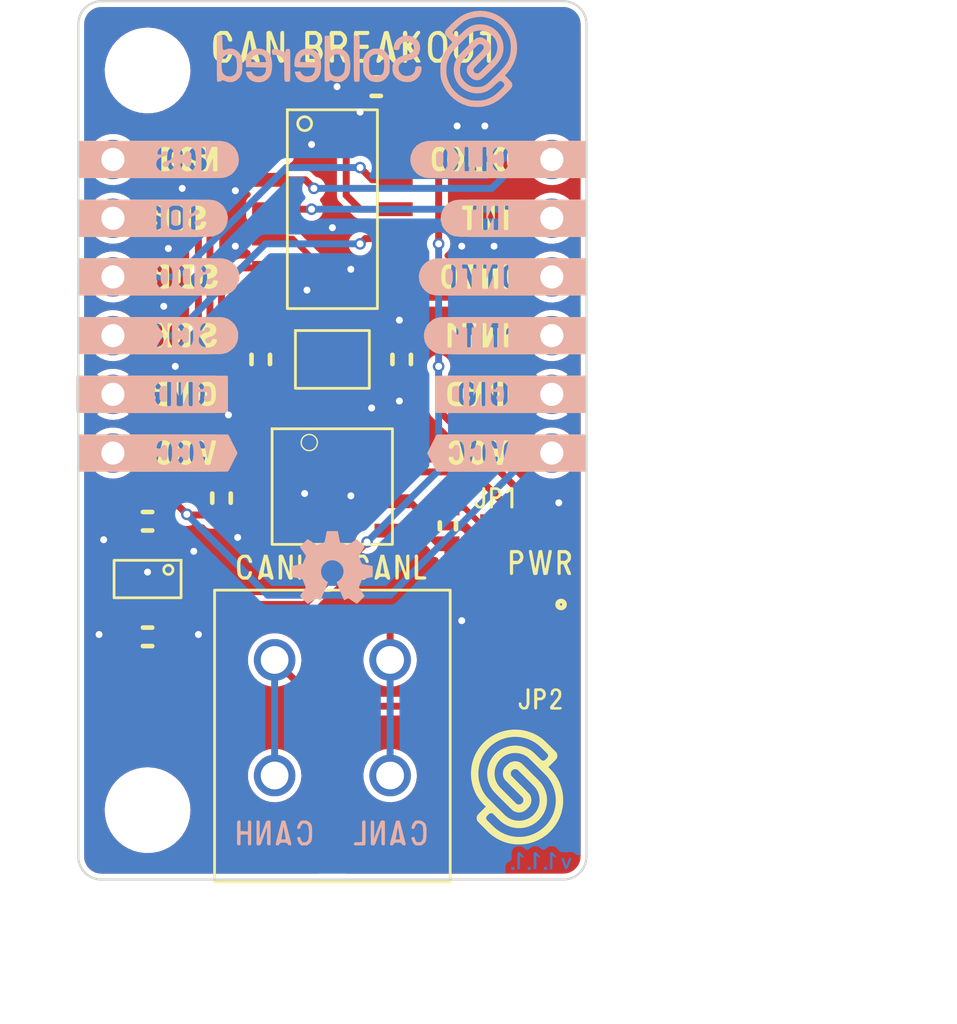
<source format=kicad_pcb>
(kicad_pcb (version 20210623) (generator pcbnew)
  (title_block (title "CAN breakout") (date "2021-07-12") (rev "V1.1.1.") (company "SOLDERED") (comment 1 "333020"))
  (layers (0 "F.Cu" mixed) (31 "B.Cu" signal) (34 "B.Paste" user) (35 "F.Paste" user) (36 "B.SilkS" user "B.Silkscreen") (37 "F.SilkS" user "F.Silkscreen") (38 "B.Mask" user) (39 "F.Mask" user) (44 "Edge.Cuts" user))
  (net 0 "")
  (net 1 "OSC1")
  (net 2 "GND")
  (net 3 "Net-(C2-Pad2)")
  (net 4 "5V")
  (net 5 "3V3")
  (net 6 "Net-(JP1-Pad2)")
  (net 7 "CANH")
  (net 8 "CLKO")
  (net 9 "INT")
  (net 10 "INT0")
  (net 11 "INT1")
  (net 12 "nCS")
  (net 13 "SDI")
  (net 14 "SDO")
  (net 15 "SCK")
  (net 16 "CANL")
  (net 18 "RXD")
  (net 19 "TXD")
  (net 20 "Net-(D1-Pad1)")
  (net 21 "Net-(JP2-Pad2)")
  (footprint "buzzardLabel" (layer "F.Cu") (at 122.4 96.47)
    (fp_text reference "" (at 0 0) (layer "F.SilkS") (effects (font (size 1.27 1.27))))
    (fp_text value "" (at 0 0) (layer "F.SilkS") (effects (font (size 1.27 1.27))))
  )
  (footprint "e-radionica.com footprinti:0402R" (layer "F.Cu") (at 120 109 180)
    (fp_text reference "R2")
    (fp_text value "2k2")
    (pad "1" smd rect locked (at -0.5 0 270) (size 0.64 0.54) (layers "F.Cu" "F.Paste" "F.Mask") (net 21 "Net-(JP2-Pad2)"))
    (pad "2" smd rect locked (at 0.5 0 270) (size 0.64 0.54) (layers "F.Cu" "F.Paste" "F.Mask") (net 20 "Net-(D1-Pad1)"))
  )
  (footprint "Soldered Graphics:Logo-Back-OSH-3.5mm" (layer "F.Cu") (at 111 106.5)
    (fp_text reference "G***" hide)
    (fp_text value "LOGO" hide)
  )
  (footprint "buzzardLabel" (layer "F.Cu") (at 122.4 91.39)
    (fp_text reference "" (at 0 0) (layer "F.SilkS") (effects (font (size 1.27 1.27))))
    (fp_text value "" (at 0 0) (layer "F.SilkS") (effects (font (size 1.27 1.27))))
  )
  (footprint "buzzardLabel" (layer "F.Cu") (at 99.6 101.55)
    (fp_text reference "" (at 0 0) (layer "F.SilkS") (effects (font (size 1.27 1.27))))
    (fp_text value "" (at 0 0) (layer "F.SilkS") (effects (font (size 1.27 1.27))))
  )
  (footprint "buzzardLabel" (layer "F.Cu") (at 120 112.2)
    (fp_text reference "" (at 0 0) (layer "F.SilkS") (effects (font (size 1.27 1.27))))
    (fp_text value "" (at 0 0) (layer "F.SilkS") (effects (font (size 1.27 1.27))))
  )
  (footprint "e-radionica.com footprinti:0603C" (layer "F.Cu") (at 107.9 97.5 -90)
    (fp_text reference "C1")
    (fp_text value "22pF")
    (pad "1" smd rect locked (at -0.73 0 270) (size 0.66 1) (layers "F.Cu" "F.Paste" "F.Mask") (net 2 "GND"))
    (pad "2" smd rect locked (at 0.73 0 270) (size 0.66 1) (layers "F.Cu" "F.Paste" "F.Mask") (net 1 "OSC1"))
  )
  (footprint "e-radionica.com footprinti:0603C" (layer "F.Cu") (at 103 104.5)
    (fp_text reference "C3")
    (fp_text value "2.2uF")
    (pad "1" smd rect locked (at -0.73 0) (size 0.66 1) (layers "F.Cu" "F.Paste" "F.Mask") (net 2 "GND"))
    (pad "2" smd rect locked (at 0.73 0) (size 0.66 1) (layers "F.Cu" "F.Paste" "F.Mask") (net 4 "5V"))
  )
  (footprint "buzzardLabel" (layer "F.Cu") (at 118 103.5)
    (fp_text reference "" (at 0 0) (layer "F.SilkS") (effects (font (size 1.27 1.27))))
    (fp_text value "" (at 0 0) (layer "F.SilkS") (effects (font (size 1.27 1.27))))
  )
  (footprint "buzzardLabel" (layer "F.Cu") (at 122.4 99.01)
    (fp_text reference "" (at 0 0) (layer "F.SilkS") (effects (font (size 1.27 1.27))))
    (fp_text value "" (at 0 0) (layer "F.SilkS") (effects (font (size 1.27 1.27))))
  )
  (footprint "buzzardLabel" (layer "F.Cu") (at 122.4 101.55)
    (fp_text reference "" (at 0 0) (layer "F.SilkS") (effects (font (size 1.27 1.27))))
    (fp_text value "" (at 0 0) (layer "F.SilkS") (effects (font (size 1.27 1.27))))
  )
  (footprint "buzzardLabel" (layer "F.Cu") (at 113.5 106.5)
    (fp_text reference "" (at 0 0) (layer "F.SilkS") (effects (font (size 1.27 1.27))))
    (fp_text value "" (at 0 0) (layer "F.SilkS") (effects (font (size 1.27 1.27))))
  )
  (footprint "e-radionica.com footprinti:SMD_JUMPER" (layer "F.Cu") (at 118 104.7 180)
    (fp_text reference "JP1")
    (fp_text value "SMD_JUMPER")
    (pad "1" smd rect locked (at -0.35 0 180) (size 0.5 1) (layers "F.Cu" "F.Mask") (net 7 "CANH"))
    (pad "2" smd rect locked (at 0.35 0 180) (size 0.5 1) (layers "F.Cu" "F.Mask") (net 6 "Net-(JP1-Pad2)"))
  )
  (footprint "e-radionica.com footprinti:0603C" (layer "F.Cu") (at 103 109.5)
    (fp_text reference "C5")
    (fp_text value "2.2uF")
    (pad "1" smd rect locked (at -0.73 0) (size 0.66 1) (layers "F.Cu" "F.Paste" "F.Mask") (net 2 "GND"))
    (pad "2" smd rect locked (at 0.73 0) (size 0.66 1) (layers "F.Cu" "F.Paste" "F.Mask") (net 5 "3V3"))
  )
  (footprint "buzzardLabel" (layer "F.Cu") (at 99.6 91.39)
    (fp_text reference "" (at 0 0) (layer "F.SilkS") (effects (font (size 1.27 1.27))))
    (fp_text value "" (at 0 0) (layer "F.SilkS") (effects (font (size 1.27 1.27))))
  )
  (footprint "e-radionica.com footprinti:HOLE_3.2mm" (layer "F.Cu") (at 103 117)
    (fp_text reference "H2" hide)
    (fp_text value "HOLE_3.2mm" hide)
    (pad "" np_thru_hole circle locked (at 0 0) (size 3.2 3.2) (drill 3.2) (layers F&B.Cu *.Mask))
  )
  (footprint "e-radionica.com footprinti:HOLE_3.2mm" (layer "F.Cu") (at 103 85)
    (fp_text reference "H1" hide)
    (fp_text value "HOLE_3.2mm" hide)
    (pad "" np_thru_hole circle locked (at 0 0) (size 3.2 3.2) (drill 3.2) (layers F&B.Cu *.Mask))
  )
  (footprint "buzzardLabel" (layer "F.Cu") (at 99.6 93.93)
    (fp_text reference "" (at 0 0) (layer "F.SilkS") (effects (font (size 1.27 1.27))))
    (fp_text value "" (at 0 0) (layer "F.SilkS") (effects (font (size 1.27 1.27))))
  )
  (footprint "e-radionica.com footprinti:0603C" (layer "F.Cu") (at 114 97.5 90)
    (fp_text reference "C2")
    (fp_text value "22pF")
    (pad "1" smd rect locked (at -0.73 0 90) (size 0.66 1) (layers "F.Cu" "F.Paste" "F.Mask") (net 2 "GND"))
    (pad "2" smd rect locked (at 0.73 0 90) (size 0.66 1) (layers "F.Cu" "F.Paste" "F.Mask") (net 3 "Net-(C2-Pad2)"))
  )
  (footprint "e-radionica.com footprinti:SOIC−8" (layer "F.Cu") (at 111 103)
    (fp_text reference "U3")
    (fp_text value "ATA6561-GAQW-N")
    (pad "1" smd rect locked (at -2.7 -1.905) (size 1.55 0.6) (layers "F.Cu" "F.Paste" "F.Mask") (net 19 "TXD"))
    (pad "2" smd rect locked (at -2.6 -0.635) (size 1.55 0.6) (layers "F.Cu" "F.Paste" "F.Mask") (net 2 "GND"))
    (pad "3" smd rect locked (at -2.6 0.635) (size 1.55 0.6) (layers "F.Cu" "F.Paste" "F.Mask") (net 4 "5V"))
    (pad "4" smd rect locked (at -2.6 1.905) (size 1.55 0.6) (layers "F.Cu" "F.Paste" "F.Mask") (net 18 "RXD"))
    (pad "5" smd rect locked (at 2.6 1.905) (size 1.55 0.6) (layers "F.Cu" "F.Paste" "F.Mask") (net 5 "3V3"))
    (pad "6" smd rect locked (at 2.6 0.635) (size 1.55 0.6) (layers "F.Cu" "F.Paste" "F.Mask") (net 16 "CANL"))
    (pad "7" smd rect locked (at 2.6 -0.635) (size 1.55 0.6) (layers "F.Cu" "F.Paste" "F.Mask") (net 7 "CANH"))
    (pad "8" smd rect locked (at 2.6 -1.905) (size 1.55 0.6) (layers "F.Cu" "F.Paste" "F.Mask") (net 2 "GND"))
  )
  (footprint "buzzardLabel" (layer "F.Cu") (at 122.4 93.93)
    (fp_text reference "" (at 0 0) (layer "F.SilkS") (effects (font (size 1.27 1.27))))
    (fp_text value "" (at 0 0) (layer "F.SilkS") (effects (font (size 1.27 1.27))))
  )
  (footprint "buzzardLabel" (layer "F.Cu") (at 120 106.3)
    (fp_text reference "" (at 0 0) (layer "F.SilkS") (effects (font (size 1.27 1.27))))
    (fp_text value "" (at 0 0) (layer "F.SilkS") (effects (font (size 1.27 1.27))))
  )
  (footprint "Soldered Graphics:Logo-Front-Soldered-5mm" (layer "F.Cu") (at 119 116)
    (fp_text reference "G***" hide)
    (fp_text value "LOGO" hide)
  )
  (footprint "buzzardLabel" (layer "F.Cu") (at 99.6 96.47)
    (fp_text reference "" (at 0 0) (layer "F.SilkS") (effects (font (size 1.27 1.27))))
    (fp_text value "" (at 0 0) (layer "F.SilkS") (effects (font (size 1.27 1.27))))
  )
  (footprint "buzzardLabel" (layer "F.Cu") (at 99.5275 99.01)
    (fp_text reference "" (at 0 0) (layer "F.SilkS") (effects (font (size 1.27 1.27))))
    (fp_text value "" (at 0 0) (layer "F.SilkS") (effects (font (size 1.27 1.27))))
  )
  (footprint "buzzardLabel" (layer "F.Cu") (at 108.5 106.5)
    (fp_text reference "" (at 0 0) (layer "F.SilkS") (effects (font (size 1.27 1.27))))
    (fp_text value "" (at 0 0) (layer "F.SilkS") (effects (font (size 1.27 1.27))))
  )
  (footprint "buzzardLabel" (layer "F.Cu") (at 99.6 88.85)
    (fp_text reference "" (at 0 0) (layer "F.SilkS") (effects (font (size 1.27 1.27))))
    (fp_text value "" (at 0 0) (layer "F.SilkS") (effects (font (size 1.27 1.27))))
  )
  (footprint "e-radionica.com footprinti:KRISTAL_3225__4_PAD" (layer "F.Cu") (at 111 97.5)
    (fp_text reference "X1")
    (fp_text value "40MHz")
    (pad "1" smd rect locked (at -1.1 0.8) (size 1.4 1.2) (layers "F.Cu" "F.Paste" "F.Mask") (net 1 "OSC1"))
    (pad "2" smd rect locked (at 1.1 0.8) (size 1.4 1.2) (layers "F.Cu" "F.Paste" "F.Mask") (net 2 "GND"))
    (pad "3" smd rect locked (at 1.1 -0.8) (size 1.4 1.2) (layers "F.Cu" "F.Paste" "F.Mask") (net 3 "Net-(C2-Pad2)"))
    (pad "4" smd rect locked (at -1.1 -0.8) (size 1.4 1.2) (layers "F.Cu" "F.Paste" "F.Mask") (net 2 "GND"))
  )
  (footprint "e-radionica.com footprinti:0603C" (layer "F.Cu") (at 106.2 103.5 90)
    (fp_text reference "C6")
    (fp_text value "0.1uF")
    (pad "1" smd rect locked (at -0.73 0 90) (size 0.66 1) (layers "F.Cu" "F.Paste" "F.Mask") (net 4 "5V"))
    (pad "2" smd rect locked (at 0.73 0 90) (size 0.66 1) (layers "F.Cu" "F.Paste" "F.Mask") (net 2 "GND"))
  )
  (footprint "e-radionica.com footprinti:0402LED" (layer "F.Cu") (at 120 107.5)
    (fp_text reference "D1")
    (fp_text value "purple")
    (pad "1" smd rect locked (at -0.55 0 90) (size 0.75 0.45) (layers "F.Cu" "F.Paste" "F.Mask") (net 20 "Net-(D1-Pad1)"))
    (pad "2" smd rect locked (at 0.55 0 90) (size 0.75 0.45) (layers "F.Cu" "F.Paste" "F.Mask") (net 2 "GND"))
  )
  (footprint "buzzardLabel" (layer "F.Cu") (at 122.4 88.85)
    (fp_text reference "" (at 0 0) (layer "F.SilkS") (effects (font (size 1.27 1.27))))
    (fp_text value "" (at 0 0) (layer "F.SilkS") (effects (font (size 1.27 1.27))))
  )
  (footprint "buzzardLabel" (layer "F.Cu") (at 112 84)
    (fp_text reference "" (at 0 0) (layer "F.SilkS") (effects (font (size 1.27 1.27))))
    (fp_text value "" (at 0 0) (layer "F.SilkS") (effects (font (size 1.27 1.27))))
  )
  (footprint "e-radionica.com footprinti:SOIC-14" (layer "F.Cu") (at 111 91)
    (fp_text reference "U2")
    (fp_text value "MCP2518FD")
    (pad "1" smd rect locked (at -2.7 -3.81) (size 1.55 0.6) (layers "F.Cu" "F.Paste" "F.Mask") (net 19 "TXD"))
    (pad "2" smd rect locked (at -2.7 -2.54) (size 1.55 0.6) (layers "F.Cu" "F.Paste" "F.Mask") (net 18 "RXD"))
    (pad "3" smd rect locked (at -2.7 -1.27) (size 1.55 0.6) (layers "F.Cu" "F.Paste" "F.Mask") (net 8 "CLKO"))
    (pad "4" smd rect locked (at -2.7 0) (size 1.55 0.6) (layers "F.Cu" "F.Paste" "F.Mask") (net 9 "INT"))
    (pad "5" smd rect locked (at -2.7 1.27) (size 1.55 0.6) (layers "F.Cu" "F.Paste" "F.Mask") (net 3 "Net-(C2-Pad2)"))
    (pad "6" smd rect locked (at -2.7 2.54) (size 1.55 0.6) (layers "F.Cu" "F.Paste" "F.Mask") (net 1 "OSC1"))
    (pad "7" smd rect locked (at -2.7 3.81) (size 1.55 0.6) (layers "F.Cu" "F.Paste" "F.Mask") (net 2 "GND"))
    (pad "8" smd rect locked (at 2.7 3.81) (size 1.55 0.6) (layers "F.Cu" "F.Paste" "F.Mask") (net 11 "INT1"))
    (pad "9" smd rect locked (at 2.7 2.54) (size 1.55 0.6) (layers "F.Cu" "F.Paste" "F.Mask") (net 10 "INT0"))
    (pad "10" smd rect locked (at 2.7 1.27) (size 1.55 0.6) (layers "F.Cu" "F.Paste" "F.Mask") (net 15 "SCK"))
    (pad "11" smd rect locked (at 2.7 0) (size 1.55 0.6) (layers "F.Cu" "F.Paste" "F.Mask") (net 13 "SDI"))
    (pad "12" smd rect locked (at 2.7 -1.27) (size 1.55 0.6) (layers "F.Cu" "F.Paste" "F.Mask") (net 14 "SDO"))
    (pad "13" smd rect locked (at 2.7 -2.54) (size 1.55 0.6) (layers "F.Cu" "F.Paste" "F.Mask") (net 12 "nCS"))
    (pad "14" smd rect locked (at 2.7 -3.81) (size 1.55 0.6) (layers "F.Cu" "F.Paste" "F.Mask") (net 5 "3V3"))
  )
  (footprint "e-radionica.com footprinti:TERMINAL_KF235-5.0-2P" (layer "F.Cu") (at 111 113)
    (fp_text reference "K3")
    (fp_text value "TERMINAL_KF235-5.0-2P")
    (pad "1" thru_hole circle locked (at 2.5 2.5) (size 1.8 1.8) (drill 1.2) (layers *.Cu *.Mask) (net 16 "CANL"))
    (pad "1" thru_hole circle locked (at 2.5 -2.5) (size 1.8 1.8) (drill 1.2) (layers *.Cu *.Mask) (net 16 "CANL"))
    (pad "2" thru_hole circle locked (at -2.5 -2.5) (size 1.8 1.8) (drill 1.2) (layers *.Cu *.Mask) (net 7 "CANH"))
    (pad "2" thru_hole circle locked (at -2.5 2.5) (size 1.8 1.8) (drill 1.2) (layers *.Cu *.Mask) (net 7 "CANH"))
  )
  (footprint "e-radionica.com footprinti:0603C" (layer "F.Cu") (at 112.9 85.7)
    (fp_text reference "C4")
    (fp_text value "0.1uF")
    (pad "1" smd rect locked (at -0.73 0) (size 0.66 1) (layers "F.Cu" "F.Paste" "F.Mask") (net 2 "GND"))
    (pad "2" smd rect locked (at 0.73 0) (size 0.66 1) (layers "F.Cu" "F.Paste" "F.Mask") (net 5 "3V3"))
  )
  (footprint "Soldered Graphics:Logo-Back-SolderedFULL-13mm" (layer "F.Cu") (at 112.5 84.5)
    (fp_text reference "REF**" hide)
    (fp_text value "Logo-Front-SolderedFULL-13mm" hide)
  )
  (footprint "e-radionica.com footprinti:FIDUCIAL_23" (layer "F.Cu") (at 111 118)
    (fp_text reference "FD1")
    (fp_text value "FIDUCIAL")
    (fp_circle (center 0 0) (end 1 0) (layer "F.Cu") (width 0.2) (fill none))
    (pad "1" smd circle (at 0 0) (size 1 1) (layers "F.Cu" "F.Paste" "F.Mask") (clearance 1.1))
  )
  (footprint "e-radionica.com footprinti:SMD-JUMPER-CONNECTED_TRACE_SLODERMASK" (layer "F.Cu") (at 120 111)
    (fp_text reference "JP2")
    (fp_text value "SMD-JUMPER-CONNECTED_TRACE_SLODERMASK")
    (fp_poly (pts (xy 0.1 0.1) (xy -0.1 0.1) (xy -0.1 -0.1) (xy 0.1 -0.1)) (layer "F.Cu") (width 0.1) (fill solid))
    (pad "1" smd rect (at -0.35 0) (size 0.5 1) (layers "F.Cu" "F.Mask") (net 5 "3V3"))
    (pad "2" smd rect (at 0.35 0) (size 0.5 1) (layers "F.Cu" "F.Mask") (net 21 "Net-(JP2-Pad2)"))
  )
  (footprint "e-radionica.com footprinti:SOT-23-5" (layer "F.Cu") (at 103 107 -90)
    (fp_text reference "U1")
    (fp_text value "SE5218")
    (pad "1" smd rect locked (at -1.1 -0.95 270) (size 0.7 0.45) (layers "F.Cu" "F.Paste" "F.Mask") (net 4 "5V"))
    (pad "2" smd rect locked (at -1.1 0 270) (size 0.7 0.45) (layers "F.Cu" "F.Paste" "F.Mask") (net 2 "GND"))
    (pad "3" smd rect locked (at -1.1 0.95 270) (size 0.7 0.45) (layers "F.Cu" "F.Paste" "F.Mask") (net 4 "5V"))
    (pad "4" smd rect locked (at 1.1 0.95 270) (size 0.7 0.45) (layers "F.Cu" "F.Paste" "F.Mask"))
    (pad "5" smd rect locked (at 1.1 -0.95 270) (size 0.7 0.45) (layers "F.Cu" "F.Paste" "F.Mask") (net 5 "3V3"))
  )
  (footprint "e-radionica.com footprinti:0603R" (layer "F.Cu") (at 116 104.7 -90)
    (fp_text reference "R1")
    (fp_text value "120R")
    (pad "1" smd rect locked (at -0.775 0) (size 1 0.64) (layers "F.Cu" "F.Paste" "F.Mask") (net 6 "Net-(JP1-Pad2)"))
    (pad "2" smd rect locked (at 0.775 0) (size 1 0.64) (layers "F.Cu" "F.Paste" "F.Mask") (net 16 "CANL"))
  )
  (footprint "buzzardLabel" (layer "B.Cu") (at 99.6 93.93 180)
    (fp_text reference "" (at 0 0) (layer "B.SilkS") (effects (font (size 1.27 1.27)) (justify mirror)))
    (fp_text value "" (at 0 0) (layer "B.SilkS") (effects (font (size 1.27 1.27)) (justify mirror)))
  )
  (footprint "buzzardLabel" (layer "B.Cu") (at 99.6 91.39 180)
    (fp_text reference "" (at 0 0) (layer "B.SilkS") (effects (font (size 1.27 1.27)) (justify mirror)))
    (fp_text value "" (at 0 0) (layer "B.SilkS") (effects (font (size 1.27 1.27)) (justify mirror)))
  )
  (footprint "buzzardLabel" (layer "B.Cu") (at 113.5 118 180)
    (fp_text reference "" (at 0 0) (layer "B.SilkS") (effects (font (size 1.27 1.27)) (justify mirror)))
    (fp_text value "" (at 0 0) (layer "B.SilkS") (effects (font (size 1.27 1.27)) (justify mirror)))
  )
  (footprint "buzzardLabel" (layer "B.Cu") (at 99.6 96.47 180)
    (fp_text reference "" (at 0 0) (layer "B.SilkS") (effects (font (size 1.27 1.27)) (justify mirror)))
    (fp_text value "" (at 0 0) (layer "B.SilkS") (effects (font (size 1.27 1.27)) (justify mirror)))
  )
  (footprint "buzzardLabel" (layer "B.Cu") (at 122.4 93.93 180)
    (fp_text reference "" (at 0 0) (layer "B.SilkS") (effects (font (size 1.27 1.27)) (justify mirror)))
    (fp_text value "" (at 0 0) (layer "B.SilkS") (effects (font (size 1.27 1.27)) (justify mirror)))
  )
  (footprint "e-radionica.com footprinti:HEADER_MALE_6X1" (layer "B.Cu") (at 101.5 95.2 90)
    (fp_text reference "K2")
    (fp_text value "HEADER_MALE_6X1")
    (pad "1" thru_hole circle locked (at -6.35 0 90) (size 1.7 1.7) (drill 1) (layers *.Cu *.Mask) (net 4 "5V"))
    (pad "2" thru_hole circle locked (at -3.81 0 90) (size 1.7 1.7) (drill 1) (layers *.Cu *.Mask) (net 2 "GND"))
    (pad "3" thru_hole circle locked (at -1.27 0 90) (size 1.7 1.7) (drill 1) (layers *.Cu *.Mask) (net 15 "SCK"))
    (pad "4" thru_hole circle locked (at 1.27 0 90) (size 1.7 1.7) (drill 1) (layers *.Cu *.Mask) (net 14 "SDO"))
    (pad "5" thru_hole circle locked (at 3.81 0 90) (size 1.7 1.7) (drill 1) (layers *.Cu *.Mask) (net 13 "SDI"))
    (pad "6" thru_hole circle locked (at 6.35 0 90) (size 1.7 1.7) (drill 1) (layers *.Cu *.Mask) (net 12 "nCS"))
  )
  (footprint "buzzardLabel" (layer "B.Cu") (at 99.5275 99.01 180)
    (fp_text reference "" (at 0 0) (layer "B.SilkS") (effects (font (size 1.27 1.27)) (justify mirror)))
    (fp_text value "" (at 0 0) (layer "B.SilkS") (effects (font (size 1.27 1.27)) (justify mirror)))
  )
  (footprint "buzzardLabel" (layer "B.Cu") (at 122.4 96.47 180)
    (fp_text reference "" (at 0 0) (layer "B.SilkS") (effects (font (size 1.27 1.27)) (justify mirror)))
    (fp_text value "" (at 0 0) (layer "B.SilkS") (effects (font (size 1.27 1.27)) (justify mirror)))
  )
  (footprint "buzzardLabel" (layer "B.Cu") (at 122.4 88.85 180)
    (fp_text reference "" (at 0 0) (layer "B.SilkS") (effects (font (size 1.27 1.27)) (justify mirror)))
    (fp_text value "" (at 0 0) (layer "B.SilkS") (effects (font (size 1.27 1.27)) (justify mirror)))
  )
  (footprint "buzzardLabel" (layer "B.Cu") (at 99.6 88.85 180)
    (fp_text reference "" (at 0 0) (layer "B.SilkS") (effects (font (size 1.27 1.27)) (justify mirror)))
    (fp_text value "" (at 0 0) (layer "B.SilkS") (effects (font (size 1.27 1.27)) (justify mirror)))
  )
  (footprint "buzzardLabel" (layer "B.Cu") (at 99.6 101.55 180)
    (fp_text reference "" (at 0 0) (layer "B.SilkS") (effects (font (size 1.27 1.27)) (justify mirror)))
    (fp_text value "" (at 0 0) (layer "B.SilkS") (effects (font (size 1.27 1.27)) (justify mirror)))
  )
  (footprint "Soldered Graphics:Version1.1.1." (layer "B.Cu") (at 120 119.2 180)
    (fp_text reference "REF**" hide)
    (fp_text value "Version1.1.1." hide)
    (fp_poly (pts (xy 0.21 -0.35) (xy 0.26 -0.35) (xy 0.28 -0.31) (xy 0.28 0.35) (xy 0.24 0.38) (xy 0.19 0.38) (xy 0.15 0.34) (xy 0.04 0.22) (xy 0.02 0.17) (xy 0.05 0.16) (xy 0.14 0.22) (xy 0.18 0.23) (xy 0.18 -0.31) (xy 0.21 -0.35)) (layer "B.Cu") (width 0.01) (fill solid))
    (fp_poly (pts (xy -0.27 -0.38) (xy -0.22 -0.38) (xy -0.17 -0.37) (xy -0.16 -0.33) (xy -0.16 -0.27) (xy -0.21 -0.26) (xy -0.26 -0.26) (xy -0.29 -0.29) (xy -0.29 -0.34) (xy -0.27 -0.38)) (layer "B.Cu") (width 0.01) (fill solid))
    (fp_poly (pts (xy -1.15 -0.35) (xy -1.1 -0.35) (xy -1.07 -0.31) (xy -0.92 0.1) (xy -0.94 0.13) (xy -0.99 0.13) (xy -1.02 0.1) (xy -1.11 -0.16) (xy -1.13 -0.21) (xy -1.15 -0.17) (xy -1.24 0.09) (xy -1.26 0.13) (xy -1.32 0.13) (xy -1.34 0.1) (xy -1.18 -0.31) (xy -1.15 -0.35)) (layer "B.Cu") (width 0.01) (fill solid))
    (fp_poly (pts (xy 1.14 -0.38) (xy 1.19 -0.38) (xy 1.24 -0.37) (xy 1.25 -0.33) (xy 1.25 -0.27) (xy 1.2 -0.26) (xy 1.15 -0.26) (xy 1.12 -0.29) (xy 1.12 -0.34) (xy 1.14 -0.38)) (layer "B.Cu") (width 0.01) (fill solid))
    (fp_poly (pts (xy 0.91 -0.35) (xy 0.96 -0.35) (xy 0.98 -0.31) (xy 0.98 0.35) (xy 0.95 0.38) (xy 0.89 0.38) (xy 0.86 0.34) (xy 0.74 0.22) (xy 0.73 0.17) (xy 0.76 0.16) (xy 0.85 0.22) (xy 0.89 0.23) (xy 0.89 -0.31) (xy 0.91 -0.35)) (layer "B.Cu") (width 0.01) (fill solid))
    (fp_poly (pts (xy 0.43 -0.38) (xy 0.48 -0.38) (xy 0.54 -0.37) (xy 0.54 -0.33) (xy 0.54 -0.27) (xy 0.5 -0.26) (xy 0.45 -0.26) (xy 0.42 -0.29) (xy 0.42 -0.34) (xy 0.43 -0.38)) (layer "B.Cu") (width 0.01) (fill solid))
    (fp_poly (pts (xy -0.5 -0.35) (xy -0.44 -0.35) (xy -0.43 -0.31) (xy -0.43 0.35) (xy -0.46 0.38) (xy -0.52 0.38) (xy -0.55 0.34) (xy -0.67 0.22) (xy -0.68 0.17) (xy -0.65 0.16) (xy -0.56 0.22) (xy -0.52 0.23) (xy -0.52 -0.31) (xy -0.5 -0.35)) (layer "B.Cu") (width 0.01) (fill solid))
  )
  (footprint "buzzardLabel" (layer "B.Cu") (at 122.4 101.55 180)
    (fp_text reference "" (at 0 0) (layer "B.SilkS") (effects (font (size 1.27 1.27)) (justify mirror)))
    (fp_text value "" (at 0 0) (layer "B.SilkS") (effects (font (size 1.27 1.27)) (justify mirror)))
  )
  (footprint "e-radionica.com footprinti:HEADER_MALE_6X1" (layer "B.Cu") (at 120.5 95.2 90)
    (fp_text reference "K1")
    (fp_text value "HEADER_MALE_6X1")
    (pad "1" thru_hole circle locked (at -6.35 0 90) (size 1.7 1.7) (drill 1) (layers *.Cu *.Mask) (net 4 "5V"))
    (pad "2" thru_hole circle locked (at -3.81 0 90) (size 1.7 1.7) (drill 1) (layers *.Cu *.Mask) (net 2 "GND"))
    (pad "3" thru_hole circle locked (at -1.27 0 90) (size 1.7 1.7) (drill 1) (layers *.Cu *.Mask) (net 11 "INT1"))
    (pad "4" thru_hole circle locked (at 1.27 0 90) (size 1.7 1.7) (drill 1) (layers *.Cu *.Mask) (net 10 "INT0"))
    (pad "5" thru_hole circle locked (at 3.81 0 90) (size 1.7 1.7) (drill 1) (layers *.Cu *.Mask) (net 9 "INT"))
    (pad "6" thru_hole circle locked (at 6.35 0 90) (size 1.7 1.7) (drill 1) (layers *.Cu *.Mask) (net 8 "CLKO"))
  )
  (footprint "buzzardLabel" (layer "B.Cu") (at 122.4 91.39 180)
    (fp_text reference "" (at 0 0) (layer "B.SilkS") (effects (font (size 1.27 1.27)) (justify mirror)))
    (fp_text value "" (at 0 0) (layer "B.SilkS") (effects (font (size 1.27 1.27)) (justify mirror)))
  )
  (footprint "buzzardLabel" (layer "B.Cu") (at 122.4 99.01 180)
    (fp_text reference "" (at 0 0) (layer "B.SilkS") (effects (font (size 1.27 1.27)) (justify mirror)))
    (fp_text value "" (at 0 0) (layer "B.SilkS") (effects (font (size 1.27 1.27)) (justify mirror)))
  )
  (footprint "buzzardLabel" (layer "B.Cu") (at 108.5 118 180)
    (fp_text reference "" (at 0 0) (layer "B.SilkS") (effects (font (size 1.27 1.27)) (justify mirror)))
    (fp_text value "" (at 0 0) (layer "B.SilkS") (effects (font (size 1.27 1.27)) (justify mirror)))
  )
  (gr_line (start 100 119) (end 100 83) (layer "Edge.Cuts") (width 0.1))
  (gr_arc (start 101 83) (end 101 82) (angle -90) (layer "Edge.Cuts") (width 0.1))
  (gr_arc (start 121 83) (end 121 82) (angle 90) (layer "Edge.Cuts") (width 0.1))
  (gr_arc (start 121 119) (end 121 120) (angle -90) (layer "Edge.Cuts") (width 0.1))
  (gr_line (start 121 120) (end 101 120) (layer "Edge.Cuts") (width 0.1))
  (gr_line (start 101 82) (end 121 82) (layer "Edge.Cuts") (width 0.1))
  (gr_line (start 122 83) (end 122 119) (layer "Edge.Cuts") (width 0.1))
  (gr_arc (start 101 119) (end 101 120) (angle 90) (layer "Edge.Cuts") (width 0.1))
  (segment (start 107.23 98.23) (end 108 98.23) (width 0.3) (layer "F.Cu") (net 1))
  (segment (start 106.2 97.2) (end 107.23 98.23) (width 0.3) (layer "F.Cu") (net 1))
  (segment (start 108.3 93.54) (end 107.06 93.54) (width 0.3) (layer "F.Cu") (net 1))
  (segment (start 108 98.23) (end 109.83 98.23) (width 0.3) (layer "F.Cu") (net 1))
  (segment (start 109.83 98.23) (end 109.9 98.3) (width 0.3) (layer "F.Cu") (net 1))
  (segment (start 106.2 94.4) (end 106.2 97.2) (width 0.3) (layer "F.Cu") (net 1))
  (segment (start 107.06 93.54) (end 106.2 94.4) (width 0.3) (layer "F.Cu") (net 1))
  (via (at 105 105.8) (size 0.5) (drill 0.3) (layers "F.Cu" "B.Cu") (net 2))
  (via (at 103 106.7) (size 0.5) (drill 0.3) (layers "F.Cu" "B.Cu") (net 2))
  (via (at 109.9 94.5) (size 0.5) (drill 0.3) (layers "F.Cu" "B.Cu") (net 2))
  (via (at 106.5 99.9) (size 0.5) (drill 0.3) (layers "F.Cu" "B.Cu") (net 2))
  (via (at 100.9 109.4) (size 0.5) (drill 0.3) (layers "F.Cu" "B.Cu") (net 2))
  (via (at 106.8 90.2) (size 0.5) (drill 0.3) (layers "F.Cu" "B.Cu") (net 2))
  (via (at 112.2 86.8) (size 0.5) (drill 0.3) (layers "F.Cu" "B.Cu") (net 2))
  (via (at 118 92.6) (size 0.5) (drill 0.3) (layers "F.Cu" "B.Cu") (net 2))
  (via (at 101.1 105.3) (size 0.5) (drill 0.3) (layers "F.Cu" "B.Cu") (net 2))
  (via (at 106.9 105.2) (size 0.5) (drill 0.3) (layers "F.Cu" "B.Cu") (net 2))
  (via (at 113.9 99.3) (size 0.5) (drill 0.3) (layers "F.Cu" "B.Cu") (net 2))
  (via (at 111 91.8) (size 0.5) (drill 0.3) (layers "F.Cu" "B.Cu") (net 2))
  (via (at 116.4 87.4) (size 0.5) (drill 0.3) (layers "F.Cu" "B.Cu") (net 2))
  (via (at 113.9 95.8) (size 0.5) (drill 0.3) (layers "F.Cu" "B.Cu") (net 2))
  (via (at 103.9 92.7) (size 0.5) (drill 0.3) (layers "F.Cu" "B.Cu") (net 2))
  (via (at 105.2 109.4) (size 0.5) (drill 0.3) (layers "F.Cu" "B.Cu") (net 2))
  (via (at 112.7 99.6) (size 0.5) (drill 0.3) (layers "F.Cu" "B.Cu") (net 2))
  (via (at 111.2 85.7) (size 0.5) (drill 0.3) (layers "F.Cu" "B.Cu") (net 2))
  (via (at 106.8 92.6) (size 0.5) (drill 0.3) (layers "F.Cu" "B.Cu") (net 2))
  (via (at 111.8 103.4) (size 0.5) (drill 0.3) (layers "F.Cu" "B.Cu") (net 2))
  (via (at 117.6 87.4) (size 0.5) (drill 0.3) (layers "F.Cu" "B.Cu") (net 2))
  (via (at 103.7 95.2) (size 0.5) (drill 0.3) (layers "F.Cu" "B.Cu") (net 2))
  (via (at 110.1 88.2) (size 0.5) (drill 0.3) (layers "F.Cu" "B.Cu") (net 2))
  (via (at 111.8 93.6) (size 0.5) (drill 0.3) (layers "F.Cu" "B.Cu") (net 2))
  (via (at 116.6 108.8) (size 0.5) (drill 0.3) (layers "F.Cu" "B.Cu") (net 2))
  (via (at 104.2 97.8) (size 0.5) (drill 0.3) (layers "F.Cu" "B.Cu") (net 2))
  (via (at 104.5 90.1) (size 0.5) (drill 0.3) (layers "F.Cu" "B.Cu") (net 2))
  (via (at 109.8 103.3) (size 0.5) (drill 0.3) (layers "F.Cu" "B.Cu") (net 2))
  (via (at 116.6 92.6) (size 0.5) (drill 0.3) (layers "F.Cu" "B.Cu") (net 2))
  (via (at 120.8 103.7) (size 0.5) (drill 0.3) (layers "F.Cu" "B.Cu") (net 2))
  (segment (start 109.27 92.27) (end 111.7 94.7) (width 0.254) (layer "F.Cu") (net 3))
  (segment (start 114 96.77) (end 112.17 96.77) (width 0.3) (layer "F.Cu") (net 3))
  (segment (start 112.17 96.77) (end 112.1 96.7) (width 0.3) (layer "F.Cu") (net 3))
  (segment (start 111.7 94.7) (end 111.7 96.3) (width 0.254) (layer "F.Cu") (net 3))
  (segment (start 108.3 92.27) (end 109.27 92.27) (width 0.254) (layer "F.Cu") (net 3))
  (segment (start 111.7 96.3) (end 112.1 96.7) (width 0.254) (layer "F.Cu") (net 3))
  (segment (start 106.77 104.23) (end 107.4 103.6) (width 0.3) (layer "F.Cu") (net 4))
  (segment (start 106.2 104.23) (end 106.77 104.23) (width 0.3) (layer "F.Cu") (net 4))
  (segment (start 103.95 105.15) (end 103.95 105.9) (width 0.3) (layer "F.Cu") (net 4))
  (segment (start 102.6 107.5) (end 103.5 107.5) (width 0.254) (layer "F.Cu") (net 4))
  (segment (start 107.4 103.6) (end 108.365 103.6) (width 0.3) (layer "F.Cu") (net 4))
  (segment (start 103.73 103.23) (end 104.73 104.23) (width 0.3) (layer "F.Cu") (net 4))
  (segment (start 102.05 106.95) (end 102.6 107.5) (width 0.254) (layer "F.Cu") (net 4))
  (segment (start 106.295 104.135) (end 106.2 104.23) (width 0.3) (layer "F.Cu") (net 4))
  (segment (start 103.73 103.23) (end 103.73 104.5) (width 0.3) (layer "F.Cu") (net 4))
  (segment (start 102.05 105.9) (end 102.05 106.95) (width 0.254) (layer "F.Cu") (net 4))
  (segment (start 103.73 104.93) (end 103.95 105.15) (width 0.3) (layer "F.Cu") (net 4))
  (segment (start 102.05 101.55) (end 103.73 103.23) (width 0.3) (layer "F.Cu") (net 4))
  (segment (start 103.5 107.5) (end 103.95 107.05) (width 0.254) (layer "F.Cu") (net 4))
  (segment (start 103.73 104.5) (end 103.73 104.93) (width 0.3) (layer "F.Cu") (net 4))
  (segment (start 101.5 101.55) (end 101.5 101.6) (width 0.3) (layer "F.Cu") (net 4))
  (segment (start 108.365 103.6) (end 108.4 103.635) (width 0.3) (layer "F.Cu") (net 4))
  (segment (start 104.73 104.23) (end 106.2 104.23) (width 0.3) (layer "F.Cu") (net 4))
  (segment (start 106.17 104.2) (end 106.2 104.23) (width 0.3) (layer "F.Cu") (net 4))
  (segment (start 103.95 107.05) (end 103.95 105.9) (width 0.254) (layer "F.Cu") (net 4))
  (segment (start 101.5 101.55) (end 102.05 101.55) (width 0.3) (layer "F.Cu") (net 4))
  (via (at 104.7 104.2) (size 0.5) (drill 0.3) (layers "F.Cu" "B.Cu") (net 4))
  (segment (start 119.65 101.55) (end 113.5 107.7) (width 0.3) (layer "B.Cu") (net 4))
  (segment (start 120.5 101.55) (end 119.65 101.55) (width 0.3) (layer "B.Cu") (net 4))
  (segment (start 113.5 107.7) (end 108.2 107.7) (width 0.3) (layer "B.Cu") (net 4))
  (segment (start 108.2 107.7) (end 104.7 104.2) (width 0.3) (layer "B.Cu") (net 4))
  (segment (start 115.6 99.7) (end 119.3 103.4) (width 0.3) (layer "F.Cu") (net 5))
  (segment (start 119.3 106.2) (end 118.5 107) (width 0.3) (layer "F.Cu") (net 5))
  (segment (start 115.6 86.5) (end 114.8 85.7) (width 0.3) (layer "F.Cu") (net 5))
  (segment (start 103.73 109.5) (end 103.73 108.32) (width 0.3) (layer "F.Cu") (net 5))
  (segment (start 113.6 104.905) (end 112.995 104.905) (width 0.3) (layer "F.Cu") (net 5))
  (segment (start 118.5 107) (end 118.5 110.4) (width 0.3) (layer "F.Cu") (net 5))
  (segment (start 119.1 111) (end 119.65 111) (width 0.3) (layer "F.Cu") (net 5))
  (segment (start 113.63 85.7) (end 113.63 87.12) (width 0.3) (layer "F.Cu") (net 5))
  (segment (start 118.5 110.4) (end 119.1 111) (width 0.3) (layer "F.Cu") (net 5))
  (segment (start 103.95 108.1) (end 109.8 108.1) (width 0.3) (layer "F.Cu") (net 5))
  (segment (start 115.6 97.8) (end 115.6 99.7) (width 0.3) (layer "F.Cu") (net 5))
  (segment (start 103.73 108.32) (end 103.95 108.1) (width 0.3) (layer "F.Cu") (net 5))
  (segment (start 112.5 105.4) (end 112.505 105.405) (width 0.3) (layer "F.Cu") (net 5))
  (segment (start 109.8 108.1) (end 112.5 105.4) (width 0.3) (layer "F.Cu") (net 5))
  (segment (start 119.3 103.4) (end 119.3 106.2) (width 0.3) (layer "F.Cu") (net 5))
  (segment (start 115.6 92.5) (end 115.6 86.5) (width 0.3) (layer "F.Cu") (net 5))
  (segment (start 114.8 85.7) (end 113.63 85.7) (width 0.3) (layer "F.Cu") (net 5))
  (segment (start 113.63 87.12) (end 113.7 87.19) (width 0.3) (layer "F.Cu") (net 5))
  (segment (start 112.995 104.905) (end 112.5 105.4) (width 0.3) (layer "F.Cu") (net 5))
  (via (at 115.6 92.5) (size 0.5) (drill 0.3) (layers "F.Cu" "B.Cu") (net 5))
  (via (at 115.6 97.8) (size 0.5) (drill 0.3) (layers "F.Cu" "B.Cu") (net 5))
  (via (at 112.5 105.4) (size 0.5) (drill 0.3) (layers "F.Cu" "B.Cu") (net 5))
  (segment (start 115.6 97.8) (end 115.6 102.3) (width 0.3) (layer "B.Cu") (net 5))
  (segment (start 115.6 102.3) (end 112.5 105.4) (width 0.3) (layer "B.Cu") (net 5))
  (segment (start 115.6 92.5) (end 115.6 97.8) (width 0.3) (layer "B.Cu") (net 5))
  (segment (start 116.725 103.925) (end 116 103.925) (width 0.25) (layer "F.Cu") (net 6))
  (segment (start 117.5 104.7) (end 116.725 103.925) (width 0.25) (layer "F.Cu") (net 6))
  (segment (start 117.65 104.7) (end 117.5 104.7) (width 0.25) (layer "F.Cu") (net 6))
  (segment (start 117.065 102.365) (end 118.35 103.65) (width 0.3) (layer "F.Cu") (net 7))
  (segment (start 118.35 103.65) (end 118.35 104.7) (width 0.3) (layer "F.Cu") (net 7))
  (segment (start 115.8 112.5) (end 117.8 110.5) (width 0.3) (layer "F.Cu") (net 7))
  (segment (start 117.8 106.6) (end 118.35 106.05) (width 0.3) (layer "F.Cu") (net 7))
  (segment (start 117.8 110.5) (end 117.8 106.6) (width 0.3) (layer "F.Cu") (net 7))
  (segment (start 118.35 106.05) (end 118.35 104.7) (width 0.3) (layer "F.Cu") (net 7))
  (segment (start 113.6 102.365) (end 117.065 102.365) (width 0.3) (layer "F.Cu") (net 7))
  (segment (start 110.5 112.5) (end 115.8 112.5) (width 0.3) (layer "F.Cu") (net 7))
  (segment (start 108.5 110.5) (end 110.5 112.5) (width 0.3) (layer "F.Cu") (net 7))
  (segment (start 108.5 110.5) (end 108.5 115.5) (width 0.3) (layer "B.Cu") (net 7))
  (segment (start 110.2 90.1) (end 109.83 89.73) (width 0.3) (layer "F.Cu") (net 8))
  (segment (start 109.83 89.73) (end 108.3 89.73) (width 0.3) (layer "F.Cu") (net 8))
  (via (at 110.2 90.1) (size 0.5) (drill 0.3) (layers "F.Cu" "B.Cu") (net 8))
  (segment (start 119.15 88.85) (end 120.5 88.85) (width 0.3) (layer "B.Cu") (net 8))
  (segment (start 110.2 90.1) (end 117.9 90.1) (width 0.3) (layer "B.Cu") (net 8))
  (segment (start 117.9 90.1) (end 119.15 88.85) (width 0.3) (layer "B.Cu") (net 8))
  (segment (start 110.1 91) (end 108.3 91) (width 0.3) (layer "F.Cu") (net 9))
  (via (at 110.1 91) (size 0.5) (drill 0.3) (layers "F.Cu" "B.Cu") (net 9))
  (segment (start 110.1 91) (end 120.11 91) (width 0.3) (layer "B.Cu") (net 9))
  (segment (start 120.11 91) (end 120.5 91.39) (width 0.3) (layer "B.Cu") (net 9))
  (segment (start 117.33 93.93) (end 116.94 93.54) (width 0.3) (layer "F.Cu") (net 10))
  (segment (start 120.5 93.93) (end 117.33 93.93) (width 0.3) (layer "F.Cu") (net 10))
  (segment (start 116.94 93.54) (end 113.7 93.54) (width 0.3) (layer "F.Cu") (net 10))
  (segment (start 118.1 96.4) (end 120.43 96.4) (width 0.3) (layer "F.Cu") (net 11))
  (segment (start 120.43 96.4) (end 120.5 96.47) (width 0.3) (layer "F.Cu") (net 11))
  (segment (start 113.7 94.81) (end 116.51 94.81) (width 0.3) (layer "F.Cu") (net 11))
  (segment (start 116.51 94.81) (end 118.1 96.4) (width 0.3) (layer "F.Cu") (net 11))
  (segment (start 113.7 88.46) (end 112.76 88.46) (width 0.3) (layer "F.Cu") (net 12))
  (segment (start 107.1 85.6) (end 103.85 88.85) (width 0.3) (layer "F.Cu") (net 12))
  (segment (start 109.9 85.6) (end 107.1 85.6) (width 0.3) (layer "F.Cu") (net 12))
  (segment (start 112.76 88.46) (end 109.9 85.6) (width 0.3) (layer "F.Cu") (net 12))
  (segment (start 103.85 88.85) (end 101.5 88.85) (width 0.3) (layer "F.Cu") (net 12))
  (segment (start 111.6 90.4) (end 112.2 91) (width 0.3) (layer "F.Cu") (net 13))
  (segment (start 112.2 91) (end 113.7 91) (width 0.3) (layer "F.Cu") (net 13))
  (segment (start 102.01 91.39) (end 107.2 86.2) (width 0.3) (layer "F.Cu") (net 13))
  (segment (start 109.5 86.2) (end 111.6 88.3) (width 0.3) (layer "F.Cu") (net 13))
  (segment (start 101.5 91.39) (end 102.01 91.39) (width 0.3) (layer "F.Cu") (net 13))
  (segment (start 107.2 86.2) (end 109.5 86.2) (width 0.3) (layer "F.Cu") (net 13))
  (segment (start 111.6 88.3) (end 111.6 90.4) (width 0.3) (layer "F.Cu") (net 13))
  (segment (start 112.73 89.73) (end 112.2 89.2) (width 0.3) (layer "F.Cu") (net 14))
  (segment (start 113.7 89.73) (end 112.73 89.73) (width 0.3) (layer "F.Cu") (net 14))
  (via (at 112.2 89.2) (size 0.5) (drill 0.3) (layers "F.Cu" "B.Cu") (net 14))
  (segment (start 104.27 93.93) (end 101.5 93.93) (width 0.3) (layer "B.Cu") (net 14))
  (segment (start 109 89.2) (end 104.27 93.93) (width 0.3) (layer "B.Cu") (net 14))
  (segment (start 112.2 89.2) (end 109 89.2) (width 0.3) (layer "B.Cu") (net 14))
  (segment (start 113.7 92.27) (end 112.43 92.27) (width 0.3) (layer "F.Cu") (net 15))
  (segment (start 112.43 92.27) (end 112.2 92.5) (width 0.3) (layer "F.Cu") (net 15))
  (via (at 112.2 92.5) (size 0.5) (drill 0.3) (layers "F.Cu" "B.Cu") (net 15))
  (segment (start 104.13 96.47) (end 101.5 96.47) (width 0.3) (layer "B.Cu") (net 15))
  (segment (start 112.2 92.5) (end 108.1 92.5) (width 0.3) (layer "B.Cu") (net 15))
  (segment (start 108.1 92.5) (end 104.13 96.47) (width 0.3) (layer "B.Cu") (net 15))
  (segment (start 115 104.9) (end 115.575 105.475) (width 0.3) (layer "F.Cu") (net 16))
  (segment (start 113.6 103.635) (end 114.335 103.635) (width 0.3) (layer "F.Cu") (net 16))
  (segment (start 113.5 110.5) (end 113.5 108.9) (width 0.3) (layer "F.Cu") (net 16))
  (segment (start 115.575 105.475) (end 116 105.475) (width 0.3) (layer "F.Cu") (net 16))
  (segment (start 114.335 103.635) (end 115 104.3) (width 0.3) (layer "F.Cu") (net 16))
  (segment (start 113.5 108.9) (end 116 106.4) (width 0.3) (layer "F.Cu") (net 16))
  (segment (start 116 106.4) (end 116 105.475) (width 0.3) (layer "F.Cu") (net 16))
  (segment (start 115 104.3) (end 115 104.9) (width 0.3) (layer "F.Cu") (net 16))
  (segment (start 113.5 110.5) (end 113.5 115.5) (width 0.3) (layer "B.Cu") (net 16))
  (segment (start 110.5 104.3) (end 110.5 100.6) (width 0.3) (layer "F.Cu") (net 18))
  (segment (start 105.7 90.1) (end 107.34 88.46) (width 0.3) (layer "F.Cu") (net 18))
  (segment (start 108.4 104.905) (end 109.895 104.905) (width 0.3) (layer "F.Cu") (net 18))
  (segment (start 109.6 99.7) (end 107.8 99.7) (width 0.3) (layer "F.Cu") (net 18))
  (segment (start 107.34 88.46) (end 108.3 88.46) (width 0.3) (layer "F.Cu") (net 18))
  (segment (start 107.8 99.7) (end 105.7 97.6) (width 0.3) (layer "F.Cu") (net 18))
  (segment (start 110.5 100.6) (end 109.6 99.7) (width 0.3) (layer "F.Cu") (net 18))
  (segment (start 109.895 104.905) (end 110.5 104.3) (width 0.3) (layer "F.Cu") (net 18))
  (segment (start 105.7 97.6) (end 105.7 90.1) (width 0.3) (layer "F.Cu") (net 18))
  (segment (start 108.3 87.19) (end 107.41 87.19) (width 0.3) (layer "F.Cu") (net 19))
  (segment (start 105.2 89.4) (end 105.2 99.7) (width 0.3) (layer "F.Cu") (net 19))
  (segment (start 106.605 101.095) (end 108.3 101.095) (width 0.3) (layer "F.Cu") (net 19))
  (segment (start 105.2 99.7) (end 106.6 101.1) (width 0.3) (layer "F.Cu") (net 19))
  (segment (start 106.6 101.1) (end 106.605 101.095) (width 0.3) (layer "F.Cu") (net 19))
  (segment (start 107.41 87.19) (end 105.2 89.4) (width 0.3) (layer "F.Cu") (net 19))
  (segment (start 119.45 107.5) (end 119.45 108.95) (width 0.3) (layer "F.Cu") (net 20))
  (segment (start 119.45 108.95) (end 119.5 109) (width 0.3) (layer "F.Cu") (net 20))
  (segment (start 120.35 111) (end 120.35 110.05) (width 0.3) (layer "F.Cu") (net 21))
  (segment (start 120.35 110.05) (end 120.5 109.9) (width 0.3) (layer "F.Cu") (net 21))
  (segment (start 120.5 109.9) (end 120.5 109) (width 0.3) (layer "F.Cu") (net 21))
  (zone (net 2) (net_name "GND") (layers F&B.Cu) (connect_pads (clearance 0.254)) (min_thickness 0.254) (fill yes (thermal_gap 0.254) (thermal_bridge_width 0.254))
    (polygon (pts (xy 122 120) (xy 100 120) (xy 100 82) (xy 122 82)))
  )
)
</source>
